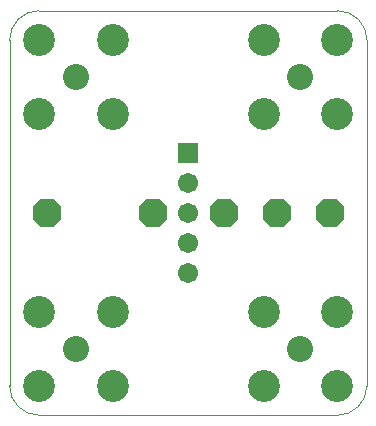
<source format=gts>
G04*
G04 #@! TF.GenerationSoftware,Altium Limited,Altium Designer,19.1.6 (110)*
G04*
G04 Layer_Color=8388736*
%FSLAX25Y25*%
%MOIN*%
G70*
G01*
G75*
%ADD12C,0.00394*%
%ADD16P,0.10454X8X202.5*%
%ADD17C,0.10642*%
%ADD18C,0.08674*%
%ADD19R,0.06706X0.06706*%
%ADD20C,0.06706*%
D12*
X-49724Y67441D02*
G03*
X-59567Y57598I0J-9843D01*
G01*
Y-57598D02*
G03*
X-49724Y-67441I9843J0D01*
G01*
X49724D02*
G03*
X59567Y-57598I0J9843D01*
G01*
Y57598D02*
G03*
X49724Y67441I-9843J0D01*
G01*
X-49724D02*
X49724D01*
X59567Y-57598D02*
Y57598D01*
X-49724Y-67441D02*
X49724D01*
X-59567Y-57598D02*
Y57598D01*
D16*
X47244Y0D02*
D03*
X29528D02*
D03*
X11811D02*
D03*
X-11811D02*
D03*
X-47244D02*
D03*
D17*
X-49724Y-32953D02*
D03*
X-25079D02*
D03*
X-49724Y-57598D02*
D03*
X-25079D02*
D03*
X25079Y-32953D02*
D03*
X49724D02*
D03*
X25079Y-57598D02*
D03*
X49724D02*
D03*
X25079Y57598D02*
D03*
X49724D02*
D03*
X25079Y32953D02*
D03*
X49724D02*
D03*
X-49724Y57598D02*
D03*
X-25079D02*
D03*
X-49724Y32953D02*
D03*
X-25079D02*
D03*
D18*
X-37402Y-45276D02*
D03*
X37402D02*
D03*
Y45276D02*
D03*
X-37402D02*
D03*
D19*
X0Y20000D02*
D03*
D20*
Y10000D02*
D03*
Y0D02*
D03*
Y-10000D02*
D03*
Y-20000D02*
D03*
M02*

</source>
